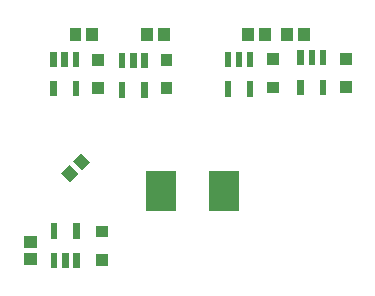
<source format=gbp>
G04 Layer: BottomPasteMaskLayer*
G04 EasyEDA v6.3.22, 2020-01-22T11:07:26+01:00*
G04 6c73b54d2adc4a05a2782a56d08821ed,6ac03ef627a24f5ab7c901ca926ad83b,10*
G04 Gerber Generator version 0.2*
G04 Scale: 100 percent, Rotated: No, Reflected: No *
G04 Dimensions in millimeters *
G04 leading zeros omitted , absolute positions ,3 integer and 3 decimal *
%FSLAX33Y33*%
%MOMM*%
G90*
G71D02*

%ADD17R,2.499995X3.499993*%

%LPD*%
G54D17*
G01X26089Y23000D03*
G01X20809Y23000D03*
G36*
G01X26154Y34760D02*
G01X26154Y33460D01*
G01X26704Y33460D01*
G01X26704Y34760D01*
G01X26154Y34760D01*
G37*
G36*
G01X27105Y34760D02*
G01X27105Y33460D01*
G01X27654Y33460D01*
G01X27654Y34760D01*
G01X27105Y34760D01*
G37*
G36*
G01X28054Y34760D02*
G01X28054Y33460D01*
G01X28604Y33460D01*
G01X28604Y34760D01*
G01X28054Y34760D01*
G37*
G36*
G01X28054Y32260D02*
G01X28054Y30960D01*
G01X28604Y30960D01*
G01X28604Y32260D01*
G01X28054Y32260D01*
G37*
G36*
G01X26154Y32260D02*
G01X26154Y30960D01*
G01X26704Y30960D01*
G01X26704Y32260D01*
G01X26154Y32260D01*
G37*
G36*
G01X32324Y34910D02*
G01X32324Y33610D01*
G01X32874Y33610D01*
G01X32874Y34910D01*
G01X32324Y34910D01*
G37*
G36*
G01X33274Y34910D02*
G01X33274Y33610D01*
G01X33824Y33610D01*
G01X33824Y34910D01*
G01X33274Y34910D01*
G37*
G36*
G01X34224Y34910D02*
G01X34224Y33610D01*
G01X34774Y33610D01*
G01X34774Y34910D01*
G01X34224Y34910D01*
G37*
G36*
G01X34224Y32410D02*
G01X34224Y31110D01*
G01X34774Y31110D01*
G01X34774Y32410D01*
G01X34224Y32410D01*
G37*
G36*
G01X32324Y32410D02*
G01X32324Y31110D01*
G01X32874Y31110D01*
G01X32874Y32410D01*
G01X32324Y32410D01*
G37*
G36*
G01X17205Y34679D02*
G01X17205Y33379D01*
G01X17755Y33379D01*
G01X17755Y34679D01*
G01X17205Y34679D01*
G37*
G36*
G01X18155Y34679D02*
G01X18155Y33379D01*
G01X18705Y33379D01*
G01X18705Y34679D01*
G01X18155Y34679D01*
G37*
G36*
G01X19105Y34679D02*
G01X19105Y33379D01*
G01X19655Y33379D01*
G01X19655Y34679D01*
G01X19105Y34679D01*
G37*
G36*
G01X19105Y32179D02*
G01X19105Y30879D01*
G01X19655Y30879D01*
G01X19655Y32179D01*
G01X19105Y32179D01*
G37*
G36*
G01X17205Y32179D02*
G01X17205Y30879D01*
G01X17755Y30879D01*
G01X17755Y32179D01*
G01X17205Y32179D01*
G37*
G36*
G01X11384Y34780D02*
G01X11384Y33480D01*
G01X11934Y33480D01*
G01X11934Y34780D01*
G01X11384Y34780D01*
G37*
G36*
G01X12334Y34780D02*
G01X12334Y33480D01*
G01X12884Y33480D01*
G01X12884Y34780D01*
G01X12334Y34780D01*
G37*
G36*
G01X13284Y34780D02*
G01X13284Y33480D01*
G01X13834Y33480D01*
G01X13834Y34780D01*
G01X13284Y34780D01*
G37*
G36*
G01X13284Y32280D02*
G01X13284Y30980D01*
G01X13834Y30980D01*
G01X13834Y32280D01*
G01X13284Y32280D01*
G37*
G36*
G01X11384Y32280D02*
G01X11384Y30980D01*
G01X11934Y30980D01*
G01X11934Y32280D01*
G01X11384Y32280D01*
G37*
G36*
G01X14970Y34570D02*
G01X14970Y33570D01*
G01X15970Y33570D01*
G01X15970Y34570D01*
G01X14970Y34570D01*
G37*
G36*
G01X14970Y32170D02*
G01X14970Y31170D01*
G01X15970Y31170D01*
G01X15970Y32170D01*
G01X14970Y32170D01*
G37*
G36*
G01X20740Y34570D02*
G01X20740Y33570D01*
G01X21740Y33570D01*
G01X21740Y34570D01*
G01X20740Y34570D01*
G37*
G36*
G01X20740Y32170D02*
G01X20740Y31170D01*
G01X21740Y31170D01*
G01X21740Y32170D01*
G01X20740Y32170D01*
G37*
G36*
G01X29780Y34630D02*
G01X29780Y33630D01*
G01X30780Y33630D01*
G01X30780Y34630D01*
G01X29780Y34630D01*
G37*
G36*
G01X29780Y32230D02*
G01X29780Y31230D01*
G01X30780Y31230D01*
G01X30780Y32230D01*
G01X29780Y32230D01*
G37*
G36*
G01X35930Y34670D02*
G01X35930Y33670D01*
G01X36930Y33670D01*
G01X36930Y34670D01*
G01X35930Y34670D01*
G37*
G36*
G01X35930Y32270D02*
G01X35930Y31270D01*
G01X36930Y31270D01*
G01X36930Y32270D01*
G01X35930Y32270D01*
G37*
G36*
G01X13894Y16430D02*
G01X13894Y17730D01*
G01X13344Y17730D01*
G01X13344Y16430D01*
G01X13894Y16430D01*
G37*
G36*
G01X12944Y16430D02*
G01X12944Y17730D01*
G01X12394Y17730D01*
G01X12394Y16430D01*
G01X12944Y16430D01*
G37*
G36*
G01X11994Y16430D02*
G01X11994Y17730D01*
G01X11444Y17730D01*
G01X11444Y16430D01*
G01X11994Y16430D01*
G37*
G36*
G01X11994Y18930D02*
G01X11994Y20230D01*
G01X11444Y20230D01*
G01X11444Y18930D01*
G01X11994Y18930D01*
G37*
G36*
G01X13894Y18930D02*
G01X13894Y20230D01*
G01X13344Y20230D01*
G01X13344Y18930D01*
G01X13894Y18930D01*
G37*
G36*
G01X13039Y35660D02*
G01X14039Y35660D01*
G01X14039Y36760D01*
G01X13039Y36760D01*
G01X13039Y35660D01*
G37*
G36*
G01X14439Y35660D02*
G01X15439Y35660D01*
G01X15439Y36760D01*
G01X14439Y36760D01*
G01X14439Y35660D01*
G37*
G36*
G01X19099Y35710D02*
G01X20099Y35710D01*
G01X20099Y36810D01*
G01X19099Y36810D01*
G01X19099Y35710D01*
G37*
G36*
G01X20499Y35710D02*
G01X21499Y35710D01*
G01X21499Y36810D01*
G01X20499Y36810D01*
G01X20499Y35710D01*
G37*
G36*
G01X27659Y35700D02*
G01X28659Y35700D01*
G01X28659Y36800D01*
G01X27659Y36800D01*
G01X27659Y35700D01*
G37*
G36*
G01X29059Y35700D02*
G01X30059Y35700D01*
G01X30059Y36800D01*
G01X29059Y36800D01*
G01X29059Y35700D01*
G37*
G36*
G01X33350Y36800D02*
G01X32350Y36800D01*
G01X32350Y35700D01*
G01X33350Y35700D01*
G01X33350Y36800D01*
G37*
G36*
G01X31950Y36800D02*
G01X30950Y36800D01*
G01X30950Y35700D01*
G01X31950Y35700D01*
G01X31950Y36800D01*
G37*
G36*
G01X10249Y16739D02*
G01X10249Y17739D01*
G01X9149Y17739D01*
G01X9149Y16739D01*
G01X10249Y16739D01*
G37*
G36*
G01X10249Y18139D02*
G01X10249Y19139D01*
G01X9149Y19139D01*
G01X9149Y18139D01*
G01X10249Y18139D01*
G37*
G36*
G01X16259Y16640D02*
G01X16259Y17640D01*
G01X15259Y17640D01*
G01X15259Y16640D01*
G01X16259Y16640D01*
G37*
G36*
G01X16259Y19040D02*
G01X16259Y20040D01*
G01X15259Y20040D01*
G01X15259Y19040D01*
G01X16259Y19040D01*
G37*
G36*
G01X13085Y23707D02*
G01X13792Y24414D01*
G01X13014Y25192D01*
G01X12307Y24485D01*
G01X13085Y23707D01*
G37*
G36*
G01X14075Y24697D02*
G01X14782Y25404D01*
G01X14004Y26182D01*
G01X13297Y25475D01*
G01X14075Y24697D01*
G37*
M00*
M02*

</source>
